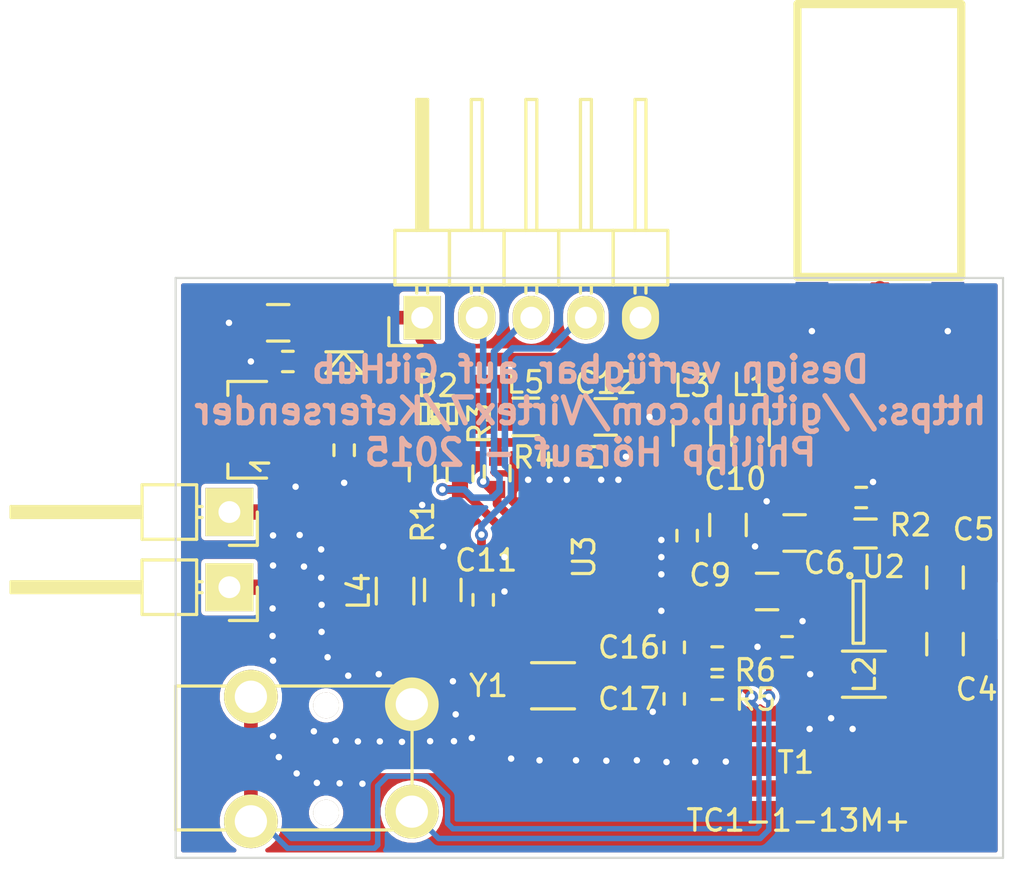
<source format=kicad_pcb>
(kicad_pcb (version 20171130) (host pcbnew "(5.1.12)-1")
  (layers (0 F.Cu signal) (31 B.Cu power) (34 B.Paste user hide) (35 F.Paste user hide) (36 B.SilkS user hide) (37 F.SilkS user hide) (38 B.Mask user hide) (39 F.Mask user hide) (44 Edge.Cuts user))
  (net 0 "")
  (net 1 +5V)
  (net 2 GND)
  (net 3 +3V3)
  (net 4 "Net-(C4-Pad1)")
  (net 5 "Net-(C4-Pad2)")
  (net 6 "Net-(C5-Pad1)")
  (net 7 "Net-(C6-Pad1)")
  (net 8 "Net-(C8-Pad1)")
  (net 9 "Net-(C9-Pad1)")
  (net 10 "Net-(C9-Pad2)")
  (net 11 "Net-(C10-Pad1)")
  (net 12 "Net-(C11-Pad1)")
  (net 13 "Net-(C12-Pad1)")
  (net 14 "Net-(C16-Pad1)")
  (net 15 "Net-(C17-Pad1)")
  (net 16 "Net-(D2-Pad1)")
  (net 17 "Net-(L2-Pad2)")
  (net 18 "Net-(P1-Pad1)")
  (net 19 "Net-(P2-Pad1)")
  (net 20 /SDA)
  (net 21 /SCL)
  (net 22 /RDS)
  (net 23 "Net-(R2-Pad2)")
  (net 24 /Ton_L)
  (net 25 /Ton_R)
  (net 26 "Net-(U3-Pad20)")
  (net 27 "Net-(U3-Pad19)")
  (module Capacitors_SMD:C_0402 (layer F.Cu) (at 132.22 85.39 180)
    (fp_text reference C1 hide)
    (fp_text value 100n hide)
    (pad 1 smd rect (at -0.55 0 180) (size 0.6 0.5) (layers F.Cu F.Paste F.Mask) (net 1 +5V))
    (pad 2 smd rect (at 0.55 0 180) (size 0.6 0.5) (layers F.Cu F.Paste F.Mask) (net 2 GND))
  )
  (module Capacitors_SMD:C_0805 (layer F.Cu) (at 131.77 83.59 180)
    (fp_text reference C2 hide)
    (fp_text value 22µ)
    (pad 1 smd rect (at -1 0 180) (size 1 1.25) (layers F.Cu F.Paste F.Mask) (net 1 +5V))
    (pad 2 smd rect (at 1 0 180) (size 1 1.25) (layers F.Cu F.Paste F.Mask) (net 2 GND))
  )
  (module Capacitors_SMD:C_0402 (layer F.Cu) (at 134.84 89.52 270)
    (fp_text reference C3 hide)
    (fp_text value 100n hide)
    (pad 1 smd rect (at -0.55 0 270) (size 0.6 0.5) (layers F.Cu F.Paste F.Mask) (net 3 +3V3))
    (pad 2 smd rect (at 0.55 0 270) (size 0.6 0.5) (layers F.Cu F.Paste F.Mask) (net 2 GND))
  )
  (module Capacitors_SMD:C_0805 (layer F.Cu) (at 155.8 93.375 180)
    (fp_text reference C6 (at -1.4 -1.395 180) (layer F.SilkS))
    (fp_text value 22µ)
    (pad 1 smd rect (at -1 0 180) (size 1 1.25) (layers F.Cu F.Paste F.Mask) (net 7 "Net-(C6-Pad1)"))
    (pad 2 smd rect (at 1 0 180) (size 1 1.25) (layers F.Cu F.Paste F.Mask) (net 2 GND))
  )
  (module Capacitors_SMD:C_0402 (layer F.Cu) (at 158.9 91.725)
    (fp_text reference C7 hide)
    (fp_text value 100n hide)
    (pad 1 smd rect (at -0.55 0) (size 0.6 0.5) (layers F.Cu F.Paste F.Mask) (net 7 "Net-(C6-Pad1)"))
    (pad 2 smd rect (at 0.55 0) (size 0.6 0.5) (layers F.Cu F.Paste F.Mask) (net 2 GND))
  )
  (module Capacitors_SMD:C_0402 (layer F.Cu) (at 155.45 98.675 180)
    (fp_text reference C8 hide)
    (fp_text value 100n hide)
    (pad 1 smd rect (at -0.55 0 180) (size 0.6 0.5) (layers F.Cu F.Paste F.Mask) (net 8 "Net-(C8-Pad1)"))
    (pad 2 smd rect (at 0.55 0 180) (size 0.6 0.5) (layers F.Cu F.Paste F.Mask) (net 2 GND))
  )
  (module Capacitors_SMD:C_0805 (layer F.Cu) (at 152.7 93 270)
    (fp_text reference C10 (at -2.15 -0.34) (layer F.SilkS))
    (fp_text value 22µ)
    (pad 1 smd rect (at -1 0 270) (size 1 1.25) (layers F.Cu F.Paste F.Mask) (net 11 "Net-(C10-Pad1)"))
    (pad 2 smd rect (at 1 0 270) (size 1 1.25) (layers F.Cu F.Paste F.Mask) (net 2 GND))
  )
  (module Capacitors_SMD:C_0805 (layer F.Cu) (at 139.43 96.03 90)
    (fp_text reference C11 (at 1.38 2.02 180) (layer F.SilkS))
    (fp_text value 22µ)
    (pad 1 smd rect (at -1 0 90) (size 1 1.25) (layers F.Cu F.Paste F.Mask) (net 12 "Net-(C11-Pad1)"))
    (pad 2 smd rect (at 1 0 90) (size 1 1.25) (layers F.Cu F.Paste F.Mask) (net 2 GND))
  )
  (module Capacitors_SMD:C_0805 (layer F.Cu) (at 147.01 87.97)
    (fp_text reference C12 (at 0.01 -1.59) (layer F.SilkS))
    (fp_text value 22µ)
    (pad 1 smd rect (at -1 0) (size 1 1.25) (layers F.Cu F.Paste F.Mask) (net 13 "Net-(C12-Pad1)"))
    (pad 2 smd rect (at 1 0) (size 1 1.25) (layers F.Cu F.Paste F.Mask) (net 2 GND))
  )
  (module Capacitors_SMD:C_0402 (layer F.Cu) (at 150.8 93.5 270)
    (fp_text reference C13 hide)
    (fp_text value 100n hide)
    (pad 1 smd rect (at -0.55 0 270) (size 0.6 0.5) (layers F.Cu F.Paste F.Mask) (net 11 "Net-(C10-Pad1)"))
    (pad 2 smd rect (at 0.55 0 270) (size 0.6 0.5) (layers F.Cu F.Paste F.Mask) (net 2 GND))
  )
  (module Capacitors_SMD:C_0402 (layer F.Cu) (at 141.31 96.49 90)
    (fp_text reference C14 hide)
    (fp_text value 100n hide)
    (pad 1 smd rect (at -0.55 0 90) (size 0.6 0.5) (layers F.Cu F.Paste F.Mask) (net 12 "Net-(C11-Pad1)"))
    (pad 2 smd rect (at 0.55 0 90) (size 0.6 0.5) (layers F.Cu F.Paste F.Mask) (net 2 GND))
  )
  (module Capacitors_SMD:C_0402 (layer F.Cu) (at 146.56 89.83)
    (fp_text reference C15 hide)
    (fp_text value 100n hide)
    (pad 1 smd rect (at -0.55 0) (size 0.6 0.5) (layers F.Cu F.Paste F.Mask) (net 13 "Net-(C12-Pad1)"))
    (pad 2 smd rect (at 0.55 0) (size 0.6 0.5) (layers F.Cu F.Paste F.Mask) (net 2 GND))
  )
  (module Capacitors_SMD:C_0402 (layer F.Cu) (at 150.2 98.7 90)
    (fp_text reference C16 (at 0 -2.1 180) (layer F.SilkS))
    (fp_text value 100p)
    (pad 1 smd rect (at -0.55 0 90) (size 0.6 0.5) (layers F.Cu F.Paste F.Mask) (net 14 "Net-(C16-Pad1)"))
    (pad 2 smd rect (at 0.55 0 90) (size 0.6 0.5) (layers F.Cu F.Paste F.Mask) (net 2 GND))
  )
  (module Capacitors_SMD:C_0402 (layer F.Cu) (at 150.2 101.1 270)
    (fp_text reference C17 (at 0 2.1) (layer F.SilkS))
    (fp_text value 100p hide)
    (pad 1 smd rect (at -0.55 0 270) (size 0.6 0.5) (layers F.Cu F.Paste F.Mask) (net 15 "Net-(C17-Pad1)"))
    (pad 2 smd rect (at 0.55 0 270) (size 0.6 0.5) (layers F.Cu F.Paste F.Mask) (net 2 GND))
  )
  (module Diodes_SMD:Diode-MiniMELF_Standard (layer F.Cu) (at 134.84 85.34 270)
    (fp_text reference D1 hide)
    (fp_text value 1n4148)
    (pad 1 smd rect (at -1.75006 0 270) (size 1.30048 1.69926) (layers F.Cu F.Paste F.Mask) (net 1 +5V))
    (pad 2 smd rect (at 1.75006 0 270) (size 1.30048 1.69926) (layers F.Cu F.Paste F.Mask) (net 3 +3V3))
  )
  (module LEDs:LED-0603 (layer F.Cu) (at 139.22 87.83)
    (fp_text reference D2 (at -0.05 -1.31) (layer F.SilkS))
    (fp_text value grün hide)
    (pad 2 smd rect (at 0.7493 0 180) (size 0.79756 0.79756) (layers F.Cu F.Paste F.Mask) (net 3 +3V3))
    (pad 1 smd rect (at -0.7493 0 180) (size 0.79756 0.79756) (layers F.Cu F.Paste F.Mask) (net 16 "Net-(D2-Pad1)"))
  )
  (module Resistors_SMD:R_0805 (layer F.Cu) (at 153.75 88.7 90)
    (fp_text reference L1 (at 2.22 -0.01 180) (layer F.SilkS))
    (fp_text value 10µH hide)
    (pad 1 smd rect (at -0.95 0 90) (size 0.7 1.3) (layers F.Cu F.Paste F.Mask) (net 7 "Net-(C6-Pad1)"))
    (pad 2 smd rect (at 0.95 0 90) (size 0.7 1.3) (layers F.Cu F.Paste F.Mask) (net 1 +5V))
  )
  (module Resistors_SMD:R_1206 (layer F.Cu) (at 159.025 99.95)
    (fp_text reference L2 (at 0.035 0.02 90) (layer F.SilkS))
    (fp_text value 470nH)
    (pad 1 smd rect (at -1.45 0) (size 0.9 1.7) (layers F.Cu F.Paste F.Mask) (net 2 GND))
    (pad 2 smd rect (at 1.45 0) (size 0.9 1.7) (layers F.Cu F.Paste F.Mask) (net 17 "Net-(L2-Pad2)"))
  )
  (module Resistors_SMD:R_0805 (layer F.Cu) (at 151.025 88.7 270)
    (fp_text reference L3 (at -2.18 0.005) (layer F.SilkS))
    (fp_text value 10µH hide)
    (pad 1 smd rect (at -0.95 0 270) (size 0.7 1.3) (layers F.Cu F.Paste F.Mask) (net 3 +3V3))
    (pad 2 smd rect (at 0.95 0 270) (size 0.7 1.3) (layers F.Cu F.Paste F.Mask) (net 11 "Net-(C10-Pad1)"))
  )
  (module Resistors_SMD:R_0805 (layer F.Cu) (at 137.21 96.08 270)
    (fp_text reference L4 (at 0.01 1.7 270) (layer F.SilkS))
    (fp_text value 10µH hide)
    (pad 1 smd rect (at -0.95 0 270) (size 0.7 1.3) (layers F.Cu F.Paste F.Mask) (net 3 +3V3))
    (pad 2 smd rect (at 0.95 0 270) (size 0.7 1.3) (layers F.Cu F.Paste F.Mask) (net 12 "Net-(C11-Pad1)"))
  )
  (module Resistors_SMD:R_0805 (layer F.Cu) (at 143.29 87.97)
    (fp_text reference L5 (at -0.01 -1.61) (layer F.SilkS))
    (fp_text value 10µH hide)
    (pad 1 smd rect (at -0.95 0) (size 0.7 1.3) (layers F.Cu F.Paste F.Mask) (net 3 +3V3))
    (pad 2 smd rect (at 0.95 0) (size 0.7 1.3) (layers F.Cu F.Paste F.Mask) (net 13 "Net-(C12-Pad1)"))
  )
  (module Pin_Headers:Pin_Header_Angled_1x01 (layer F.Cu) (at 129.5 92.4 180)
    (fp_text reference P1 hide)
    (fp_text value CONN_01X01 hide)
    (pad 1 thru_hole rect (at 0 0 180) (size 2.2352 2.2352) (drill 1.016) (layers *.Cu *.Mask F.SilkS) (net 18 "Net-(P1-Pad1)"))
  )
  (module Pin_Headers:Pin_Header_Angled_1x01 (layer F.Cu) (at 129.5 95.9 180)
    (fp_text reference P2 hide)
    (fp_text value CONN_01X01 hide)
    (pad 1 thru_hole rect (at 0 0 180) (size 2.2352 2.2352) (drill 1.016) (layers *.Cu *.Mask F.SilkS) (net 19 "Net-(P2-Pad1)"))
  )
  (module Pin_Headers:Pin_Header_Angled_1x05 (layer F.Cu) (at 138.47 83.35 90)
    (fp_text reference P3 hide)
    (fp_text value CONN_01X05 hide)
    (pad 1 thru_hole rect (at 0 0 90) (size 2.032 1.7272) (drill 1.016) (layers *.Cu *.Mask F.SilkS) (net 1 +5V))
    (pad 2 thru_hole oval (at 0 2.54 90) (size 2.032 1.7272) (drill 1.016) (layers *.Cu *.Mask F.SilkS) (net 20 /SDA))
    (pad 3 thru_hole oval (at 0 5.08 90) (size 2.032 1.7272) (drill 1.016) (layers *.Cu *.Mask F.SilkS) (net 21 /SCL))
    (pad 4 thru_hole oval (at 0 7.62 90) (size 2.032 1.7272) (drill 1.016) (layers *.Cu *.Mask F.SilkS) (net 22 /RDS))
    (pad 5 thru_hole oval (at 0 10.16 90) (size 2.032 1.7272) (drill 1.016) (layers *.Cu *.Mask F.SilkS) (net 2 GND))
  )
  (module Capacitors_SMD:C_0603 (layer F.Cu) (at 138.47 90.6 270)
    (fp_text reference R1 (at 2.26 -0.03 270) (layer F.SilkS))
    (fp_text value 100)
    (pad 1 smd rect (at -0.75 0 270) (size 0.8 0.75) (layers F.Cu F.Paste F.Mask) (net 16 "Net-(D2-Pad1)"))
    (pad 2 smd rect (at 0.75 0 270) (size 0.8 0.75) (layers F.Cu F.Paste F.Mask) (net 2 GND))
  )
  (module Resistors_SMD:R_0603 (layer F.Cu) (at 159.1 93.4)
    (fp_text reference R2 (at 2.09 -0.39) (layer F.SilkS))
    (fp_text value 220)
    (pad 1 smd rect (at -0.75 0) (size 0.5 0.9) (layers F.Cu F.Paste F.Mask) (net 7 "Net-(C6-Pad1)"))
    (pad 2 smd rect (at 0.75 0) (size 0.5 0.9) (layers F.Cu F.Paste F.Mask) (net 23 "Net-(R2-Pad2)"))
  )
  (module Capacitors_SMD:C_0603 (layer F.Cu) (at 140.23 90.6 270)
    (fp_text reference R3 (at -2.31 -0.91 90) (layer F.SilkS))
    (fp_text value 4,7k)
    (pad 1 smd rect (at -0.75 0 270) (size 0.8 0.75) (layers F.Cu F.Paste F.Mask) (net 13 "Net-(C12-Pad1)"))
    (pad 2 smd rect (at 0.75 0 270) (size 0.8 0.75) (layers F.Cu F.Paste F.Mask) (net 21 /SCL))
  )
  (module Capacitors_SMD:C_0603 (layer F.Cu) (at 141.96 90.6 270)
    (fp_text reference R4 (at -0.74 -1.7) (layer F.SilkS))
    (fp_text value 4,7k hide)
    (pad 1 smd rect (at -0.75 0 270) (size 0.8 0.75) (layers F.Cu F.Paste F.Mask) (net 13 "Net-(C12-Pad1)"))
    (pad 2 smd rect (at 0.75 0 270) (size 0.8 0.75) (layers F.Cu F.Paste F.Mask) (net 20 /SDA))
  )
  (module Resistors_SMD:R_0402 (layer F.Cu) (at 152.2 100.6)
    (fp_text reference R5 (at 1.77 0.53) (layer F.SilkS))
    (fp_text value 1k)
    (pad 1 smd rect (at -0.45 0) (size 0.4 0.6) (layers F.Cu F.Paste F.Mask) (net 15 "Net-(C17-Pad1)"))
    (pad 2 smd rect (at 0.45 0) (size 0.4 0.6) (layers F.Cu F.Paste F.Mask) (net 24 /Ton_L))
  )
  (module Resistors_SMD:R_0402 (layer F.Cu) (at 152.2 99.2 180)
    (fp_text reference R6 (at -1.77 -0.57 180) (layer F.SilkS))
    (fp_text value 1k)
    (pad 1 smd rect (at -0.45 0 180) (size 0.4 0.6) (layers F.Cu F.Paste F.Mask) (net 25 /Ton_R))
    (pad 2 smd rect (at 0.45 0 180) (size 0.4 0.6) (layers F.Cu F.Paste F.Mask) (net 14 "Net-(C16-Pad1)"))
  )
  (module SMA_EDGE:SMA_EDGE (layer F.Cu) (at 158.5 75.1 90)
    (fp_text reference SMA_E1 hide)
    (fp_text value Platinenkantenbuchse hide)
    (pad 0 smd rect (at -8.8773 -1.89484 90) (size 4.572 1.524) (layers *.Cu *.Paste *.Mask) (net 2 GND))
    (pad 1 smd trapezoid (at -6.858 1.27 90) (size 0.50038 1.39954) (rect_delta 0.59944 0) (layers F.Cu F.Paste F.Mask) (net 6 "Net-(C5-Pad1)"))
    (pad 2 smd rect (at -8.8773 4.42976 90) (size 4.572 1.524) (layers *.Cu *.Paste *.Mask) (net 2 GND))
    (pad 1 smd rect (at -9.144 1.27 90) (size 4.07162 1.99898) (layers F.Cu F.Paste F.Mask) (net 6 "Net-(C5-Pad1)"))
  )
  (module BA_Bauteile:AT224-1A (layer F.Cu) (at 156 104 270)
    (fp_text reference T1 (at 0.06 0.14) (layer F.SilkS))
    (fp_text value TC1-1-13M+ (at 2.76 0.01) (layer F.SilkS))
    (pad 4 smd rect (at 1.27 -1.59 270) (size 0.76 1.65) (layers F.Cu F.Paste F.Mask) (net 4 "Net-(C4-Pad1)"))
    (pad NC smd rect (at 0 -1.59 270) (size 0.76 1.65) (layers F.Cu F.Paste F.Mask))
    (pad 1 smd rect (at -1.27 -1.59 270) (size 0.76 1.65) (layers F.Cu F.Paste F.Mask) (net 2 GND))
    (pad 2 smd rect (at -1.27 1.59 270) (size 0.76 1.65) (layers F.Cu F.Paste F.Mask) (net 18 "Net-(P1-Pad1)"))
    (pad 3 smd rect (at 1.27 1.59 270) (size 0.76 1.65) (layers F.Cu F.Paste F.Mask) (net 19 "Net-(P2-Pad1)"))
  )
  (module Housings_SOT-89:SOT89-3_Housing (layer F.Cu) (at 130.73 88.57 90)
    (fp_text reference U1 hide)
    (fp_text value AP1117D33)
    (pad 1 smd rect (at -1.50114 1.85166 90) (size 1.00076 1.50114) (layers F.Cu F.Paste F.Mask) (net 2 GND))
    (pad 2 smd rect (at 0 1.85166 90) (size 1.00076 1.50114) (layers F.Cu F.Paste F.Mask) (net 3 +3V3))
    (pad 3 smd rect (at 1.50114 1.85166 90) (size 1.00076 1.50114) (layers F.Cu F.Paste F.Mask) (net 1 +5V))
    (pad 2 smd rect (at 0 -1.09982 90) (size 1.99898 2.99974) (layers F.Cu F.Paste F.Mask) (net 3 +3V3))
    (pad 2 smd trapezoid (at 0 0.7493 270) (size 1.50114 0.7493) (rect_delta 0 0.50038) (layers F.Cu F.Paste F.Mask) (net 3 +3V3))
  )
  (module Housings_SOT-23_SOT-143_TSOT-6:SOT-23-6 (layer F.Cu) (at 158.77 97.06)
    (fp_text reference U2 (at 1.17 -2.11) (layer F.SilkS))
    (fp_text value THS9001 hide)
    (pad 1 smd rect (at -1.1 -0.95) (size 1.06 0.65) (layers F.Cu F.Paste F.Mask) (net 9 "Net-(C9-Pad1)"))
    (pad 2 smd rect (at -1.1 0) (size 1.06 0.65) (layers F.Cu F.Paste F.Mask) (net 2 GND))
    (pad 3 smd rect (at -1.1 0.95) (size 1.06 0.65) (layers F.Cu F.Paste F.Mask) (net 8 "Net-(C8-Pad1)"))
    (pad 4 smd rect (at 1.1 0.95) (size 1.06 0.65) (layers F.Cu F.Paste F.Mask) (net 17 "Net-(L2-Pad2)"))
    (pad 6 smd rect (at 1.1 -0.95) (size 1.06 0.65) (layers F.Cu F.Paste F.Mask) (net 23 "Net-(R2-Pad2)"))
    (pad 5 smd rect (at 1.1 0) (size 1.06 0.65) (layers F.Cu F.Paste F.Mask) (net 5 "Net-(C4-Pad2)"))
  )
  (module Alps603A:Alps_603A (layer F.Cu) (at 146 94.5 90)
    (fp_text reference U3 (at 0 0 90) (layer F.SilkS))
    (fp_text value Alps_603A hide)
    (pad 1 smd rect (at -2.54 2.54 90) (size 0.725 0.725) (layers F.Cu F.Paste F.Mask) (net 2 GND))
    (pad 2 smd rect (at -1.6 2.54 90) (size 0.45 0.8) (layers F.Cu F.Paste F.Mask) (net 10 "Net-(C9-Pad2)"))
    (pad 4 smd rect (at 0 2.54 90) (size 0.45 0.8) (layers F.Cu F.Paste F.Mask) (net 2 GND))
    (pad 6 smd rect (at 1.6 2.54 90) (size 0.45 0.8) (layers F.Cu F.Paste F.Mask) (net 11 "Net-(C10-Pad1)"))
    (pad 5 smd rect (at 0.8 2.54 90) (size 0.45 0.8) (layers F.Cu F.Paste F.Mask) (net 2 GND))
    (pad 3 smd rect (at -0.8 2.54 90) (size 0.45 0.8) (layers F.Cu F.Paste F.Mask) (net 2 GND))
    (pad 12 smd rect (at 2.53 -2.53 90) (size 0.8 0.8) (layers F.Cu F.Paste F.Mask) (net 2 GND))
    (pad 11 smd rect (at 2.53 -1.59 180) (size 0.45 0.8) (layers F.Cu F.Paste F.Mask) (net 2 GND))
    (pad 7 smd rect (at 2.53 1.61 180) (size 0.45 0.8) (layers F.Cu F.Paste F.Mask) (net 2 GND))
    (pad 10 smd rect (at 2.53 -0.79 180) (size 0.45 0.8) (layers F.Cu F.Paste F.Mask) (net 2 GND))
    (pad 9 smd rect (at 2.53 0.01 180) (size 0.45 0.8) (layers F.Cu F.Paste F.Mask) (net 13 "Net-(C12-Pad1)"))
    (pad 8 smd rect (at 2.53 0.81 180) (size 0.45 0.8) (layers F.Cu F.Paste F.Mask) (net 2 GND))
    (pad 22 smd rect (at -2.54 1.6 180) (size 0.45 0.8) (layers F.Cu F.Paste F.Mask) (net 14 "Net-(C16-Pad1)"))
    (pad 21 smd rect (at -2.54 0.8 180) (size 0.45 0.8) (layers F.Cu F.Paste F.Mask) (net 15 "Net-(C17-Pad1)"))
    (pad 20 smd rect (at -2.54 0 180) (size 0.45 0.8) (layers F.Cu F.Paste F.Mask) (net 26 "Net-(U3-Pad20)"))
    (pad 19 smd rect (at -2.54 -0.8 180) (size 0.45 0.8) (layers F.Cu F.Paste F.Mask) (net 27 "Net-(U3-Pad19)"))
    (pad 18 smd rect (at -2.54 -1.6 180) (size 0.45 0.8) (layers F.Cu F.Paste F.Mask) (net 12 "Net-(C11-Pad1)"))
    (pad 13 smd rect (at 1.59 -2.53 90) (size 0.45 0.8) (layers F.Cu F.Paste F.Mask) (net 20 /SDA))
    (pad 14 smd rect (at 0.79 -2.53 90) (size 0.45 0.8) (layers F.Cu F.Paste F.Mask) (net 21 /SCL))
    (pad 15 smd rect (at -0.01 -2.53 90) (size 0.45 0.8) (layers F.Cu F.Paste F.Mask) (net 2 GND))
    (pad 16 smd rect (at -0.81 -2.53 90) (size 0.45 0.8) (layers F.Cu F.Paste F.Mask) (net 22 /RDS))
    (pad 17 smd rect (at -1.61 -2.53 90) (size 0.45 0.8) (layers F.Cu F.Paste F.Mask) (net 2 GND))
  )
  (module Resistors_SMD:R_1206 (layer F.Cu) (at 144.56 100.49)
    (fp_text reference Y1 (at -3 0) (layer F.SilkS))
    (fp_text value 32,768kHz)
    (pad 1 smd rect (at -1.45 0) (size 0.9 1.7) (layers F.Cu F.Paste F.Mask) (net 27 "Net-(U3-Pad19)"))
    (pad 2 smd rect (at 1.45 0) (size 0.9 1.7) (layers F.Cu F.Paste F.Mask) (net 26 "Net-(U3-Pad20)"))
  )
  (module Capacitors_SMD:C_0805 (layer F.Cu) (at 162.8 98.55 90)
    (fp_text reference C4 (at -2.11 1.47 180) (layer F.SilkS))
    (fp_text value 1nF)
    (pad 1 smd rect (at -1 0 90) (size 1 1.25) (layers F.Cu F.Paste F.Mask) (net 4 "Net-(C4-Pad1)"))
    (pad 2 smd rect (at 1 0 90) (size 1 1.25) (layers F.Cu F.Paste F.Mask) (net 5 "Net-(C4-Pad2)"))
  )
  (module Capacitors_SMD:C_0805 (layer F.Cu) (at 162.8 95.45 270)
    (fp_text reference C5 (at -2.24 -1.33) (layer F.SilkS))
    (fp_text value 1nF)
    (pad 1 smd rect (at -1 0 270) (size 1 1.25) (layers F.Cu F.Paste F.Mask) (net 6 "Net-(C5-Pad1)"))
    (pad 2 smd rect (at 1 0 270) (size 1 1.25) (layers F.Cu F.Paste F.Mask) (net 5 "Net-(C4-Pad2)"))
  )
  (module Capacitors_SMD:C_0805 (layer F.Cu) (at 154.52 96.1 180)
    (fp_text reference C9 (at 2.65 0.76 180) (layer F.SilkS))
    (fp_text value 1nF)
    (pad 1 smd rect (at -1 0 180) (size 1 1.25) (layers F.Cu F.Paste F.Mask) (net 9 "Net-(C9-Pad1)"))
    (pad 2 smd rect (at 1 0 180) (size 1 1.25) (layers F.Cu F.Paste F.Mask) (net 10 "Net-(C9-Pad2)"))
  )
  (module lpis2812:LUM1503 (layer F.Cu) (at 127 100.5)
    (fp_text reference CON1 hide)
    (fp_text value LUM1503)
    (pad 3 thru_hole circle (at 10.99 5.85) (size 2.5 2.5) (drill 1.5) (layers *.Cu *.Mask F.SilkS) (net 25 /Ton_R))
    (pad 1 thru_hole circle (at 10.99 0.85) (size 2.5 2.5) (drill 1.5) (layers *.Cu *.Mask F.SilkS) (net 2 GND))
    (pad 2 thru_hole circle (at 3.5 6.3) (size 2.5 2.5) (drill 1.5) (layers *.Cu *.Mask F.SilkS) (net 24 /Ton_L))
    (pad 2 thru_hole circle (at 3.5 0.5) (size 2.5 2.5) (drill 1.5) (layers *.Cu *.Mask F.SilkS) (net 24 /Ton_L))
    (pad "" thru_hole circle (at 7 0.9) (size 1.2 1.2) (drill 1.2) (layers *.Cu *.Mask F.SilkS))
    (pad "" thru_hole circle (at 7 5.9) (size 1.2 1.2) (drill 1.2) (layers *.Cu *.Mask F.SilkS))
  )
  (gr_line (start 165.5 108.5) (end 165.5 81.5) (angle 90) (layer Edge.Cuts) (width 0.1))
  (gr_line (start 127 108.5) (end 165.5 108.5) (angle 90) (layer Edge.Cuts) (width 0.1))
  (gr_line (start 127 81.5) (end 127 108.5) (angle 90) (layer Edge.Cuts) (width 0.1))
  (gr_line (start 165.5 81.5) (end 127 81.5) (angle 90) (layer Edge.Cuts) (width 0.1))
  (gr_text "Design verfügbar auf GitHub\nhttps://github.com/Virtex7/Kefersender\nPhilipp Hörauf - 2015" (at 146.3 87.7) (layer B.SilkS) (effects (font (size 1.2 1.2) (thickness 0.25)) (justify mirror)))
  (segment (start 153.75 87.75) (end 153.75 85.9) (width 0.635) (layer F.Cu) (net 1))
  (segment (start 153.75 85.9) (end 153.15 85.3) (width 0.635) (layer F.Cu) (net 1))
  (segment (start 132.77 85.39) (end 132.77 83.59) (width 0.635) (layer F.Cu) (net 1))
  (segment (start 132.58166 87.06886) (end 132.58166 86.70834) (width 0.635) (layer F.Cu) (net 1))
  (segment (start 132.58166 86.70834) (end 132.77 86.52) (width 0.635) (layer F.Cu) (net 1))
  (segment (start 132.77 86.52) (end 132.77 85.39) (width 0.635) (layer F.Cu) (net 1))
  (segment (start 134.84 83.58994) (end 132.77006 83.58994) (width 0.635) (layer F.Cu) (net 1))
  (segment (start 132.77006 83.58994) (end 132.77 83.59) (width 0.635) (layer F.Cu) (net 1))
  (segment (start 134.84 83.58994) (end 136.37006 83.58994) (width 0.635) (layer F.Cu) (net 1))
  (segment (start 136.61 83.35) (end 138.47 83.35) (width 0.635) (layer F.Cu) (net 1))
  (segment (start 136.37006 83.58994) (end 136.61 83.35) (width 0.635) (layer F.Cu) (net 1))
  (segment (start 138.47 83.35) (end 138.47 84.32) (width 0.635) (layer F.Cu) (net 1))
  (segment (start 138.47 84.32) (end 139.45 85.3) (width 0.635) (layer F.Cu) (net 1))
  (segment (start 139.45 85.3) (end 153.15 85.3) (width 0.635) (layer F.Cu) (net 1))
  (segment (start 131.53 102.84) (end 133.2 102.84) (width 0.25) (layer B.Cu) (net 2))
  (via (at 139.95 103.07) (size 0.6) (drill 0.3) (layers F.Cu B.Cu) (net 2))
  (segment (start 138.84 103.07) (end 139.95 103.07) (width 0.25) (layer B.Cu) (net 2))
  (via (at 138.84 103.07) (size 0.6) (drill 0.3) (layers F.Cu B.Cu) (net 2))
  (segment (start 137.56 103.07) (end 138.84 103.07) (width 0.25) (layer F.Cu) (net 2))
  (segment (start 137.53 103.1) (end 137.56 103.07) (width 0.25) (layer F.Cu) (net 2))
  (via (at 137.53 103.1) (size 0.6) (drill 0.3) (layers F.Cu B.Cu) (net 2))
  (segment (start 136.52 103.1) (end 137.53 103.1) (width 0.25) (layer B.Cu) (net 2))
  (segment (start 136.5 103.08) (end 136.52 103.1) (width 0.25) (layer B.Cu) (net 2))
  (via (at 136.5 103.08) (size 0.6) (drill 0.3) (layers F.Cu B.Cu) (net 2))
  (segment (start 135.48 103.08) (end 136.5 103.08) (width 0.25) (layer F.Cu) (net 2))
  (via (at 135.48 103.08) (size 0.6) (drill 0.3) (layers F.Cu B.Cu) (net 2))
  (segment (start 134.48 103.08) (end 135.48 103.08) (width 0.25) (layer B.Cu) (net 2))
  (segment (start 134.45 103.05) (end 134.48 103.08) (width 0.25) (layer B.Cu) (net 2))
  (via (at 134.45 103.05) (size 0.6) (drill 0.3) (layers F.Cu B.Cu) (net 2))
  (segment (start 133.87 103.05) (end 134.45 103.05) (width 0.25) (layer F.Cu) (net 2))
  (segment (start 133.43 102.61) (end 133.87 103.05) (width 0.25) (layer F.Cu) (net 2))
  (via (at 133.43 102.61) (size 0.6) (drill 0.3) (layers F.Cu B.Cu) (net 2))
  (segment (start 133.2 102.84) (end 133.43 102.61) (width 0.25) (layer B.Cu) (net 2))
  (segment (start 131.53 99.32) (end 131.79 99.32) (width 0.25) (layer B.Cu) (net 2))
  (segment (start 131.53 96.87) (end 131.51 96.89) (width 0.25) (layer B.Cu) (net 2))
  (via (at 131.51 96.89) (size 0.6) (drill 0.3) (layers F.Cu B.Cu) (net 2))
  (segment (start 131.51 96.89) (end 131.51 98.17) (width 0.25) (layer F.Cu) (net 2))
  (via (at 131.51 98.17) (size 0.6) (drill 0.3) (layers F.Cu B.Cu) (net 2))
  (segment (start 131.51 98.17) (end 131.53 98.19) (width 0.25) (layer B.Cu) (net 2))
  (segment (start 131.53 98.19) (end 131.53 99.32) (width 0.25) (layer B.Cu) (net 2))
  (via (at 131.53 99.32) (size 0.6) (drill 0.3) (layers F.Cu B.Cu) (net 2))
  (segment (start 133.77 95.46) (end 133.49 95.46) (width 0.25) (layer F.Cu) (net 2))
  (via (at 131.53 94.89) (size 0.6) (drill 0.3) (layers F.Cu B.Cu) (net 2))
  (segment (start 132.92 94.89) (end 131.53 94.89) (width 0.25) (layer B.Cu) (net 2))
  (segment (start 132.97 94.94) (end 132.92 94.89) (width 0.25) (layer B.Cu) (net 2))
  (via (at 132.97 94.94) (size 0.6) (drill 0.3) (layers F.Cu B.Cu) (net 2))
  (segment (start 133.49 95.46) (end 132.97 94.94) (width 0.25) (layer F.Cu) (net 2))
  (segment (start 131.53 94.89) (end 131.53 96.87) (width 0.25) (layer B.Cu) (net 2))
  (via (at 135.69 105.05) (size 0.6) (drill 0.3) (layers F.Cu B.Cu) (net 2))
  (segment (start 134.65 105.05) (end 135.69 105.05) (width 0.25) (layer F.Cu) (net 2))
  (segment (start 134.63 105.03) (end 134.65 105.05) (width 0.25) (layer F.Cu) (net 2))
  (via (at 134.63 105.03) (size 0.6) (drill 0.3) (layers F.Cu B.Cu) (net 2))
  (segment (start 133.59 105.03) (end 134.63 105.03) (width 0.25) (layer B.Cu) (net 2))
  (segment (start 133.57 105.01) (end 133.59 105.03) (width 0.25) (layer B.Cu) (net 2))
  (via (at 133.57 105.01) (size 0.6) (drill 0.3) (layers F.Cu B.Cu) (net 2))
  (segment (start 133.07 105.01) (end 133.57 105.01) (width 0.25) (layer F.Cu) (net 2))
  (segment (start 132.63 104.57) (end 133.07 105.01) (width 0.25) (layer F.Cu) (net 2))
  (via (at 132.63 104.57) (size 0.6) (drill 0.3) (layers F.Cu B.Cu) (net 2))
  (segment (start 132.56 104.57) (end 132.63 104.57) (width 0.25) (layer B.Cu) (net 2))
  (segment (start 131.8 103.81) (end 132.56 104.57) (width 0.25) (layer B.Cu) (net 2))
  (via (at 131.8 103.81) (size 0.6) (drill 0.3) (layers F.Cu B.Cu) (net 2))
  (segment (start 131.8 103.11) (end 131.8 103.81) (width 0.25) (layer F.Cu) (net 2))
  (segment (start 131.53 102.84) (end 131.8 103.11) (width 0.25) (layer F.Cu) (net 2))
  (via (at 131.53 102.84) (size 0.6) (drill 0.3) (layers F.Cu B.Cu) (net 2))
  (segment (start 132.49 101.88) (end 131.53 102.84) (width 0.25) (layer B.Cu) (net 2))
  (segment (start 132.49 100.02) (end 132.49 101.88) (width 0.25) (layer B.Cu) (net 2))
  (segment (start 131.79 99.32) (end 132.49 100.02) (width 0.25) (layer B.Cu) (net 2))
  (segment (start 139.9 100.28) (end 136.78 100.28) (width 0.25) (layer B.Cu) (net 2))
  (via (at 131.53 93.49) (size 0.6) (drill 0.3) (layers F.Cu B.Cu) (net 2))
  (segment (start 132.75 93.49) (end 131.53 93.49) (width 0.25) (layer B.Cu) (net 2))
  (segment (start 132.77 93.47) (end 132.75 93.49) (width 0.25) (layer B.Cu) (net 2))
  (via (at 132.77 93.47) (size 0.6) (drill 0.3) (layers F.Cu B.Cu) (net 2))
  (segment (start 133.1 93.47) (end 132.77 93.47) (width 0.25) (layer F.Cu) (net 2))
  (segment (start 133.77 94.14) (end 133.1 93.47) (width 0.25) (layer F.Cu) (net 2))
  (via (at 133.77 94.14) (size 0.6) (drill 0.3) (layers F.Cu B.Cu) (net 2))
  (segment (start 133.77 95.46) (end 133.77 94.14) (width 0.25) (layer B.Cu) (net 2))
  (via (at 133.77 95.46) (size 0.6) (drill 0.3) (layers F.Cu B.Cu) (net 2))
  (segment (start 133.77 96.7) (end 133.77 95.46) (width 0.25) (layer F.Cu) (net 2))
  (segment (start 133.79 96.72) (end 133.77 96.7) (width 0.25) (layer F.Cu) (net 2))
  (via (at 133.79 96.72) (size 0.6) (drill 0.3) (layers F.Cu B.Cu) (net 2))
  (segment (start 133.79 97.98) (end 133.79 96.72) (width 0.25) (layer B.Cu) (net 2))
  (via (at 133.79 97.98) (size 0.6) (drill 0.3) (layers F.Cu B.Cu) (net 2))
  (segment (start 133.79 98.88) (end 133.79 97.98) (width 0.25) (layer F.Cu) (net 2))
  (segment (start 134.07 99.16) (end 133.79 98.88) (width 0.25) (layer F.Cu) (net 2))
  (via (at 134.07 99.16) (size 0.6) (drill 0.3) (layers F.Cu B.Cu) (net 2))
  (segment (start 134.17 99.16) (end 134.07 99.16) (width 0.25) (layer B.Cu) (net 2))
  (segment (start 135.03 100.02) (end 134.17 99.16) (width 0.25) (layer B.Cu) (net 2))
  (via (at 135.03 100.02) (size 0.6) (drill 0.3) (layers F.Cu B.Cu) (net 2))
  (segment (start 136.38 100.02) (end 135.03 100.02) (width 0.25) (layer F.Cu) (net 2))
  (segment (start 136.45 99.95) (end 136.38 100.02) (width 0.25) (layer F.Cu) (net 2))
  (via (at 136.45 99.95) (size 0.6) (drill 0.3) (layers F.Cu B.Cu) (net 2))
  (segment (start 136.78 100.28) (end 136.45 99.95) (width 0.25) (layer B.Cu) (net 2))
  (segment (start 137.99 101.35) (end 138.83 101.35) (width 0.25) (layer F.Cu) (net 2))
  (segment (start 138.83 101.35) (end 139.9 100.28) (width 0.25) (layer F.Cu) (net 2))
  (via (at 139.9 100.28) (size 0.6) (drill 0.3) (layers F.Cu B.Cu) (net 2))
  (segment (start 139.9 100.28) (end 140.03 100.41) (width 0.25) (layer B.Cu) (net 2))
  (segment (start 140.03 100.41) (end 140.03 101.82) (width 0.25) (layer B.Cu) (net 2))
  (via (at 140.03 101.82) (size 0.6) (drill 0.3) (layers F.Cu B.Cu) (net 2))
  (segment (start 140.03 101.82) (end 140.78 102.57) (width 0.25) (layer F.Cu) (net 2))
  (segment (start 140.78 102.57) (end 140.78 102.92) (width 0.25) (layer F.Cu) (net 2))
  (via (at 140.78 102.92) (size 0.6) (drill 0.3) (layers F.Cu B.Cu) (net 2))
  (segment (start 140.78 102.92) (end 141.74 103.88) (width 0.25) (layer B.Cu) (net 2))
  (segment (start 141.74 103.88) (end 142.61 103.88) (width 0.25) (layer B.Cu) (net 2))
  (via (at 142.61 103.88) (size 0.6) (drill 0.3) (layers F.Cu B.Cu) (net 2))
  (segment (start 142.61 103.88) (end 142.69 103.96) (width 0.25) (layer F.Cu) (net 2))
  (segment (start 142.69 103.96) (end 143.93 103.96) (width 0.25) (layer F.Cu) (net 2))
  (via (at 143.93 103.96) (size 0.6) (drill 0.3) (layers F.Cu B.Cu) (net 2))
  (segment (start 143.93 103.96) (end 145.63 103.96) (width 0.25) (layer B.Cu) (net 2))
  (via (at 145.63 103.96) (size 0.6) (drill 0.3) (layers F.Cu B.Cu) (net 2))
  (segment (start 145.63 103.96) (end 145.65 103.98) (width 0.25) (layer F.Cu) (net 2))
  (segment (start 145.65 103.98) (end 147.04 103.98) (width 0.25) (layer F.Cu) (net 2))
  (via (at 147.04 103.98) (size 0.6) (drill 0.3) (layers F.Cu B.Cu) (net 2))
  (segment (start 147.04 103.98) (end 147.06 103.96) (width 0.25) (layer B.Cu) (net 2))
  (segment (start 147.06 103.96) (end 148.46 103.96) (width 0.25) (layer B.Cu) (net 2))
  (via (at 148.46 103.96) (size 0.6) (drill 0.3) (layers F.Cu B.Cu) (net 2))
  (segment (start 148.46 103.96) (end 148.54 104.04) (width 0.25) (layer F.Cu) (net 2))
  (segment (start 148.54 104.04) (end 149.84 104.04) (width 0.25) (layer F.Cu) (net 2))
  (via (at 149.84 104.04) (size 0.6) (drill 0.3) (layers F.Cu B.Cu) (net 2))
  (segment (start 149.84 104.04) (end 149.86 104.02) (width 0.25) (layer B.Cu) (net 2))
  (segment (start 149.86 104.02) (end 151.18 104.02) (width 0.25) (layer B.Cu) (net 2))
  (via (at 151.18 104.02) (size 0.6) (drill 0.3) (layers F.Cu B.Cu) (net 2))
  (segment (start 151.18 104.02) (end 152.6 104.02) (width 0.25) (layer F.Cu) (net 2))
  (via (at 152.6 104.02) (size 0.6) (drill 0.3) (layers F.Cu B.Cu) (net 2))
  (segment (start 152.6 104.02) (end 152.52 104.02) (width 0.25) (layer B.Cu) (net 2))
  (segment (start 157.59 102.73) (end 157.59 102.09) (width 0.4064) (layer F.Cu) (net 2))
  (via (at 157.5 102) (size 0.6) (drill 0.3) (layers F.Cu B.Cu) (net 2))
  (segment (start 157.59 102.09) (end 157.5 102) (width 0.4064) (layer F.Cu) (net 2))
  (segment (start 157.59 102.73) (end 158.27 102.73) (width 0.4064) (layer F.Cu) (net 2))
  (segment (start 158.27 102.73) (end 158.5 102.5) (width 0.4064) (layer F.Cu) (net 2))
  (via (at 158.5 102.5) (size 0.6) (drill 0.3) (layers F.Cu B.Cu) (net 2))
  (segment (start 157.59 102.73) (end 156.73 102.73) (width 0.4064) (layer F.Cu) (net 2))
  (via (at 156.5 102.5) (size 0.6) (drill 0.3) (layers F.Cu B.Cu) (net 2))
  (segment (start 156.73 102.73) (end 156.5 102.5) (width 0.4064) (layer F.Cu) (net 2))
  (segment (start 138.47 91.35) (end 138.47 92.07) (width 0.4064) (layer F.Cu) (net 2))
  (via (at 138.47 92.07) (size 0.6) (drill 0.3) (layers F.Cu B.Cu) (net 2))
  (segment (start 138.47 92.07) (end 138.45 92.05) (width 0.4064) (layer B.Cu) (net 2))
  (segment (start 139.43 95.03) (end 139.43 94.02) (width 0.4064) (layer F.Cu) (net 2))
  (via (at 139.45 94) (size 0.6) (drill 0.3) (layers F.Cu B.Cu) (net 2))
  (segment (start 139.43 94.02) (end 139.45 94) (width 0.4064) (layer F.Cu) (net 2))
  (via (at 162.92976 83.9773) (size 0.6) (drill 0.3) (layers F.Cu B.Cu) (net 2))
  (segment (start 162.92976 83.9773) (end 162.95 83.99754) (width 0.635) (layer F.Cu) (net 2))
  (segment (start 162.95 83.99754) (end 162.95 84) (width 0.635) (layer F.Cu) (net 2))
  (segment (start 162.95 84) (end 162.92976 83.9773) (width 0.635) (layer F.Cu) (net 2))
  (segment (start 162.92976 83.9773) (end 162.9773 83.9773) (width 0.635) (layer F.Cu) (net 2))
  (segment (start 162.9773 83.9773) (end 163 84) (width 0.635) (layer F.Cu) (net 2))
  (segment (start 163 84) (end 162.92976 83.9773) (width 0.635) (layer F.Cu) (net 2))
  (via (at 156.60516 83.9773) (size 0.6) (drill 0.3) (layers F.Cu B.Cu) (net 2))
  (segment (start 156.60516 83.9773) (end 156.6 83.97214) (width 0.635) (layer B.Cu) (net 2))
  (segment (start 156.6 83.97214) (end 156.6 83.95) (width 0.635) (layer B.Cu) (net 2))
  (segment (start 156.6 83.95) (end 156.60516 83.9773) (width 0.635) (layer B.Cu) (net 2))
  (segment (start 157.575 99.95) (end 156.525 99.95) (width 0.3048) (layer F.Cu) (net 2))
  (via (at 156.525 99.95) (size 0.6) (drill 0.3) (layers F.Cu B.Cu) (net 2))
  (segment (start 154.9 98.675) (end 154.075 98.675) (width 0.3048) (layer F.Cu) (net 2))
  (via (at 154.075 98.675) (size 0.6) (drill 0.3) (layers F.Cu B.Cu) (net 2))
  (segment (start 159.45 91.725) (end 159.45 91) (width 0.3048) (layer F.Cu) (net 2))
  (via (at 159.45 91) (size 0.6) (drill 0.3) (layers F.Cu B.Cu) (net 2))
  (segment (start 147.11 89.83) (end 147.945 89.83) (width 0.3048) (layer F.Cu) (net 2))
  (via (at 147.95 89.825) (size 0.6) (drill 0.3) (layers F.Cu B.Cu) (net 2))
  (segment (start 147.945 89.83) (end 147.95 89.825) (width 0.3048) (layer F.Cu) (net 2))
  (segment (start 148.01 87.97) (end 149.045 87.97) (width 0.3048) (layer F.Cu) (net 2))
  (via (at 149.05 87.975) (size 0.6) (drill 0.3) (layers F.Cu B.Cu) (net 2))
  (segment (start 149.045 87.97) (end 149.05 87.975) (width 0.3048) (layer F.Cu) (net 2))
  (segment (start 154.8 93.375) (end 154.8 92.2) (width 0.4064) (layer F.Cu) (net 2))
  (via (at 154.5 91.9) (size 0.6) (drill 0.3) (layers F.Cu B.Cu) (net 2))
  (segment (start 154.8 92.2) (end 154.5 91.9) (width 0.4064) (layer F.Cu) (net 2))
  (segment (start 154.8 93.375) (end 154.585 93.375) (width 0.4064) (layer F.Cu) (net 2))
  (segment (start 154.585 93.375) (end 153.96 94) (width 0.4064) (layer F.Cu) (net 2))
  (segment (start 157.67 97.06) (end 156.59 97.06) (width 0.4064) (layer F.Cu) (net 2))
  (segment (start 156.59 97.06) (end 156.17 97.48) (width 0.4064) (layer F.Cu) (net 2))
  (via (at 156.17 97.48) (size 0.6) (drill 0.3) (layers F.Cu B.Cu) (net 2))
  (segment (start 156.59 97.06) (end 156.17 97.48) (width 0.3048) (layer F.Cu) (net 2))
  (segment (start 139.43 93.03) (end 139.43 95.03) (width 0.4064) (layer F.Cu) (net 2))
  (segment (start 138.47 92.07) (end 139.43 93.03) (width 0.4064) (layer F.Cu) (net 2))
  (segment (start 134.84 90.07) (end 134.84 91.04) (width 0.3048) (layer F.Cu) (net 2))
  (via (at 134.84 91.04) (size 0.6) (drill 0.3) (layers F.Cu B.Cu) (net 2))
  (segment (start 132.58166 90.07114) (end 132.58166 91.21834) (width 0.635) (layer F.Cu) (net 2))
  (via (at 132.58 91.22) (size 0.6) (drill 0.3) (layers F.Cu B.Cu) (net 2))
  (segment (start 132.58166 91.21834) (end 132.58 91.22) (width 0.635) (layer F.Cu) (net 2))
  (segment (start 132.5828 90.07) (end 132.58166 90.07114) (width 0.635) (layer F.Cu) (net 2))
  (segment (start 130.77 83.59) (end 129.48 83.59) (width 0.3048) (layer F.Cu) (net 2))
  (via (at 129.48 83.59) (size 0.6) (drill 0.3) (layers F.Cu B.Cu) (net 2))
  (segment (start 131.67 85.39) (end 130.5 85.39) (width 0.3048) (layer F.Cu) (net 2))
  (via (at 130.5 85.39) (size 0.6) (drill 0.3) (layers F.Cu B.Cu) (net 2))
  (segment (start 141.31 95.94) (end 140.89 95.94) (width 0.4064) (layer F.Cu) (net 2))
  (segment (start 140.89 95.94) (end 139.98 95.03) (width 0.4064) (layer F.Cu) (net 2))
  (segment (start 139.98 95.03) (end 139.43 95.03) (width 0.4064) (layer F.Cu) (net 2))
  (segment (start 152.7 94) (end 153.96 94) (width 0.4064) (layer F.Cu) (net 2))
  (via (at 153.96 94) (size 0.6) (drill 0.3) (layers F.Cu B.Cu) (net 2))
  (segment (start 150.8 94.05) (end 152.65 94.05) (width 0.4064) (layer F.Cu) (net 2))
  (segment (start 152.65 94.05) (end 152.7 94) (width 0.4064) (layer F.Cu) (net 2))
  (segment (start 150.2 101.65) (end 149.25 101.65) (width 0.4064) (layer F.Cu) (net 2))
  (via (at 149.2 101.7) (size 0.6) (drill 0.3) (layers F.Cu B.Cu) (net 2))
  (segment (start 149.25 101.65) (end 149.2 101.7) (width 0.4064) (layer F.Cu) (net 2))
  (segment (start 150.2 98.15) (end 150.2 97.6) (width 0.4064) (layer F.Cu) (net 2))
  (segment (start 149.56 97.04) (end 149.6 97) (width 0.25) (layer F.Cu) (net 2))
  (via (at 149.6 97) (size 0.6) (drill 0.3) (layers F.Cu B.Cu) (net 2))
  (segment (start 149.56 97.04) (end 148.54 97.04) (width 0.25) (layer F.Cu) (net 2))
  (segment (start 150.2 97.6) (end 149.6 97) (width 0.4064) (layer F.Cu) (net 2))
  (segment (start 143.47 96.11) (end 142.31 96.11) (width 0.25) (layer F.Cu) (net 2))
  (via (at 142.3 96.1) (size 0.6) (drill 0.3) (layers F.Cu B.Cu) (net 2))
  (segment (start 142.31 96.11) (end 142.3 96.1) (width 0.25) (layer F.Cu) (net 2))
  (segment (start 143.47 94.51) (end 142.31 94.51) (width 0.25) (layer F.Cu) (net 2))
  (via (at 142.3 94.5) (size 0.6) (drill 0.3) (layers F.Cu B.Cu) (net 2))
  (segment (start 142.31 94.51) (end 142.3 94.5) (width 0.25) (layer F.Cu) (net 2))
  (segment (start 143.47 91.97) (end 143.47 90.97) (width 0.25) (layer F.Cu) (net 2))
  (via (at 143.4 90.9) (size 0.6) (drill 0.3) (layers F.Cu B.Cu) (net 2))
  (segment (start 143.47 90.97) (end 143.4 90.9) (width 0.25) (layer F.Cu) (net 2))
  (segment (start 144.41 91.97) (end 144.41 90.91) (width 0.25) (layer F.Cu) (net 2))
  (via (at 144.4 90.9) (size 0.6) (drill 0.3) (layers F.Cu B.Cu) (net 2))
  (segment (start 144.41 90.91) (end 144.4 90.9) (width 0.25) (layer F.Cu) (net 2))
  (segment (start 145.21 91.97) (end 145.21 90.91) (width 0.25) (layer F.Cu) (net 2))
  (via (at 145.2 90.9) (size 0.6) (drill 0.3) (layers F.Cu B.Cu) (net 2))
  (segment (start 145.21 90.91) (end 145.2 90.9) (width 0.25) (layer F.Cu) (net 2))
  (segment (start 146.81 91.97) (end 146.81 90.91) (width 0.25) (layer F.Cu) (net 2))
  (via (at 146.8 90.9) (size 0.6) (drill 0.3) (layers F.Cu B.Cu) (net 2))
  (segment (start 146.81 90.91) (end 146.8 90.9) (width 0.25) (layer F.Cu) (net 2))
  (segment (start 147.61 91.97) (end 147.61 90.91) (width 0.25) (layer F.Cu) (net 2))
  (via (at 147.6 90.9) (size 0.6) (drill 0.3) (layers F.Cu B.Cu) (net 2))
  (segment (start 147.61 90.91) (end 147.6 90.9) (width 0.25) (layer F.Cu) (net 2))
  (segment (start 148.54 95.3) (end 149.6 95.3) (width 0.25) (layer F.Cu) (net 2))
  (via (at 149.6 95.3) (size 0.6) (drill 0.3) (layers F.Cu B.Cu) (net 2))
  (segment (start 148.54 94.5) (end 149.6 94.5) (width 0.25) (layer F.Cu) (net 2))
  (via (at 149.6 94.5) (size 0.6) (drill 0.3) (layers F.Cu B.Cu) (net 2))
  (segment (start 148.54 93.7) (end 149.6 93.7) (width 0.25) (layer F.Cu) (net 2))
  (via (at 149.6 93.7) (size 0.6) (drill 0.3) (layers F.Cu B.Cu) (net 2))
  (segment (start 129.63018 88.57) (end 131.4793 88.57) (width 0.635) (layer F.Cu) (net 3))
  (segment (start 132.58166 88.57) (end 129.63018 88.57) (width 0.635) (layer F.Cu) (net 3))
  (segment (start 150.56 86.33) (end 150.655 86.33) (width 0.635) (layer F.Cu) (net 3))
  (segment (start 142.66 86.33) (end 150.56 86.33) (width 0.635) (layer F.Cu) (net 3))
  (segment (start 151.025 86.7) (end 151.025 87.75) (width 0.635) (layer F.Cu) (net 3))
  (segment (start 150.655 86.33) (end 151.025 86.7) (width 0.635) (layer F.Cu) (net 3))
  (segment (start 139.9693 87.83) (end 139.9693 86.33) (width 0.254) (layer F.Cu) (net 3))
  (segment (start 139.98 86.46) (end 139.98 86.33) (width 0.254) (layer F.Cu) (net 3))
  (segment (start 139.98 86.3407) (end 139.98 86.46) (width 0.254) (layer F.Cu) (net 3))
  (segment (start 139.9693 86.33) (end 139.98 86.3407) (width 0.254) (layer F.Cu) (net 3))
  (segment (start 134.84 87.09006) (end 137.05994 87.09006) (width 0.635) (layer F.Cu) (net 3))
  (segment (start 137.05994 87.09006) (end 137.21 86.94) (width 0.635) (layer F.Cu) (net 3))
  (segment (start 134.84 88.97) (end 134.84 87.97) (width 0.635) (layer F.Cu) (net 3))
  (segment (start 134.86 87.95) (end 134.84 87.95) (width 0.635) (layer F.Cu) (net 3))
  (segment (start 134.84 87.97) (end 134.86 87.95) (width 0.635) (layer F.Cu) (net 3))
  (segment (start 134.84 87.09006) (end 134.84 87.95) (width 0.635) (layer F.Cu) (net 3))
  (segment (start 134.84 87.95) (end 134.84 88.31) (width 0.635) (layer F.Cu) (net 3))
  (segment (start 134.58 88.57) (end 132.58166 88.57) (width 0.635) (layer F.Cu) (net 3))
  (segment (start 134.84 88.31) (end 134.58 88.57) (width 0.635) (layer F.Cu) (net 3))
  (segment (start 142.66 86.33) (end 139.98 86.33) (width 0.635) (layer F.Cu) (net 3))
  (segment (start 139.98 86.33) (end 137.82 86.33) (width 0.635) (layer F.Cu) (net 3))
  (segment (start 137.82 86.33) (end 137.21 86.94) (width 0.635) (layer F.Cu) (net 3))
  (segment (start 137.21 86.94) (end 137.21 95.13) (width 0.635) (layer F.Cu) (net 3))
  (segment (start 142.34 86.65) (end 142.34 87.97) (width 0.635) (layer F.Cu) (net 3))
  (segment (start 142.66 86.33) (end 142.34 86.65) (width 0.635) (layer F.Cu) (net 3))
  (segment (start 157.59 105.27) (end 161.03 105.27) (width 1.03996) (layer F.Cu) (net 4))
  (segment (start 162.8 103.5) (end 161.95 104.35) (width 1.03996) (layer F.Cu) (net 4))
  (segment (start 162.8 103.5) (end 162.8 99.9) (width 1.03996) (layer F.Cu) (net 4))
  (segment (start 161.03 105.27) (end 161.95 104.35) (width 1.03996) (layer F.Cu) (net 4))
  (segment (start 162.8 99.5) (end 162.8 99.9) (width 0.4064) (layer F.Cu) (net 4))
  (segment (start 159.77 84.244) (end 159.77 88.32) (width 1.03996) (layer F.Cu) (net 6))
  (segment (start 159.77 88.32) (end 162.8 91.35) (width 1.03996) (layer F.Cu) (net 6))
  (segment (start 162.8 91.35) (end 162.8 93.4) (width 1.03996) (layer F.Cu) (net 6))
  (segment (start 162.8 94.5) (end 162.8 93.4) (width 0.4064) (layer F.Cu) (net 6))
  (segment (start 162.8 93.4) (end 162.8 94.1) (width 1.03996) (layer F.Cu) (net 6))
  (segment (start 159.8 84.274) (end 159.77 84.244) (width 0.25) (layer F.Cu) (net 6))
  (segment (start 159.77 81.958) (end 159.77 84.244) (width 0.635) (layer F.Cu) (net 6))
  (segment (start 159.77 84.244) (end 159.8 84.274) (width 0.635) (layer F.Cu) (net 6))
  (segment (start 159.8 84.274) (end 159.8 84.3) (width 0.635) (layer F.Cu) (net 6))
  (segment (start 159.8 84.3) (end 159.77 84.244) (width 0.635) (layer F.Cu) (net 6))
  (segment (start 158.35 91.725) (end 155.65 91.725) (width 0.4064) (layer F.Cu) (net 7))
  (segment (start 155.65 91.725) (end 153.75 89.825) (width 0.4064) (layer F.Cu) (net 7))
  (segment (start 153.75 89.825) (end 153.75 89.65) (width 0.4064) (layer F.Cu) (net 7))
  (segment (start 158.35 93.4) (end 158.35 91.725) (width 0.4064) (layer F.Cu) (net 7))
  (segment (start 158.35 93.4) (end 156.825 93.4) (width 0.4064) (layer F.Cu) (net 7))
  (segment (start 156.825 93.4) (end 156.8 93.375) (width 0.4064) (layer F.Cu) (net 7))
  (segment (start 157.67 98.01) (end 156.99 98.01) (width 0.508) (layer F.Cu) (net 8))
  (segment (start 156.325 98.675) (end 156 98.675) (width 0.508) (layer F.Cu) (net 8))
  (segment (start 156.99 98.01) (end 156.325 98.675) (width 0.508) (layer F.Cu) (net 8))
  (segment (start 155.47 96.1) (end 157.66 96.1) (width 0.3048) (layer F.Cu) (net 9))
  (segment (start 157.66 96.1) (end 157.67 96.11) (width 0.3048) (layer F.Cu) (net 9))
  (segment (start 153.57 96.1) (end 151.71 96.1) (width 0.3048) (layer F.Cu) (net 10))
  (segment (start 151.68 96.07) (end 151.68 96.1) (width 0.3048) (layer F.Cu) (net 10))
  (segment (start 151.71 96.1) (end 151.68 96.07) (width 0.3048) (layer F.Cu) (net 10))
  (segment (start 148.54 96.1) (end 149.4 96.1) (width 0.4064) (layer F.Cu) (net 10))
  (segment (start 150.4 96.1) (end 151.68 96.1) (width 1.03996) (layer F.Cu) (net 10))
  (segment (start 151.68 96.1) (end 151.9 96.1) (width 1.03996) (layer F.Cu) (net 10))
  (segment (start 149.4 96.1) (end 150.4 96.1) (width 0.4064) (layer F.Cu) (net 10))
  (segment (start 152.7 92) (end 152.7 91.225) (width 0.4064) (layer F.Cu) (net 11))
  (segment (start 152.7 91.225) (end 151.125 89.65) (width 0.4064) (layer F.Cu) (net 11))
  (segment (start 151.125 89.65) (end 151.025 89.65) (width 0.4064) (layer F.Cu) (net 11))
  (segment (start 152.7 92) (end 151.75 92) (width 0.4064) (layer F.Cu) (net 11))
  (segment (start 151.75 92) (end 150.8 92.95) (width 0.4064) (layer F.Cu) (net 11))
  (segment (start 148.54 92.9) (end 150.2 92.9) (width 0.4064) (layer F.Cu) (net 11))
  (segment (start 150.25 92.95) (end 150.8 92.95) (width 0.4064) (layer F.Cu) (net 11))
  (segment (start 150.2 92.9) (end 150.25 92.95) (width 0.4064) (layer F.Cu) (net 11))
  (segment (start 139.43 97.03) (end 137.21 97.03) (width 0.4064) (layer F.Cu) (net 12))
  (segment (start 141.31 97.04) (end 139.44 97.04) (width 0.4064) (layer F.Cu) (net 12))
  (segment (start 139.44 97.04) (end 139.43 97.03) (width 0.4064) (layer F.Cu) (net 12))
  (segment (start 144.4 97.04) (end 141.31 97.04) (width 0.4064) (layer F.Cu) (net 12))
  (segment (start 141.96 89.85) (end 141.96 89.16) (width 0.4064) (layer F.Cu) (net 13))
  (segment (start 141.97 89.24) (end 141.97 89.16) (width 0.4064) (layer F.Cu) (net 13))
  (segment (start 141.97 89.17) (end 141.97 89.24) (width 0.4064) (layer F.Cu) (net 13))
  (segment (start 141.96 89.16) (end 141.97 89.17) (width 0.4064) (layer F.Cu) (net 13))
  (segment (start 140.23 89.85) (end 140.23 89.31) (width 0.4064) (layer F.Cu) (net 13))
  (segment (start 144.24 88.91) (end 144.24 87.97) (width 0.4064) (layer F.Cu) (net 13))
  (segment (start 143.99 89.16) (end 144.24 88.91) (width 0.4064) (layer F.Cu) (net 13))
  (segment (start 140.38 89.16) (end 141.97 89.16) (width 0.4064) (layer F.Cu) (net 13))
  (segment (start 141.97 89.16) (end 143.99 89.16) (width 0.4064) (layer F.Cu) (net 13))
  (segment (start 140.23 89.31) (end 140.38 89.16) (width 0.4064) (layer F.Cu) (net 13))
  (segment (start 144.24 87.97) (end 146.01 87.97) (width 0.635) (layer F.Cu) (net 13))
  (segment (start 146.01 89.83) (end 146.01 87.97) (width 0.4064) (layer F.Cu) (net 13))
  (segment (start 146.01 91.97) (end 146.01 90.74) (width 0.4064) (layer F.Cu) (net 13))
  (segment (start 146.01 90.74) (end 146.01 89.83) (width 0.4064) (layer F.Cu) (net 13))
  (segment (start 150.2 99.25) (end 150.95 99.25) (width 0.4064) (layer F.Cu) (net 14))
  (segment (start 151 99.2) (end 151.75 99.2) (width 0.4064) (layer F.Cu) (net 14))
  (segment (start 150.95 99.25) (end 151 99.2) (width 0.4064) (layer F.Cu) (net 14))
  (segment (start 150.2 99.25) (end 148.35 99.25) (width 0.4064) (layer F.Cu) (net 14))
  (segment (start 147.6 98.5) (end 147.6 97.04) (width 0.4064) (layer F.Cu) (net 14))
  (segment (start 148.35 99.25) (end 147.6 98.5) (width 0.4064) (layer F.Cu) (net 14))
  (segment (start 150.2 100.55) (end 150.95 100.55) (width 0.4064) (layer F.Cu) (net 15))
  (segment (start 151 100.6) (end 151.75 100.6) (width 0.4064) (layer F.Cu) (net 15))
  (segment (start 150.95 100.55) (end 151 100.6) (width 0.4064) (layer F.Cu) (net 15))
  (segment (start 146.8 97.04) (end 146.8 98.8) (width 0.4064) (layer F.Cu) (net 15))
  (segment (start 148.55 100.55) (end 150.2 100.55) (width 0.4064) (layer F.Cu) (net 15))
  (segment (start 146.8 98.8) (end 148.55 100.55) (width 0.4064) (layer F.Cu) (net 15))
  (segment (start 138.4707 87.83) (end 138.4707 89.8493) (width 0.3048) (layer F.Cu) (net 16))
  (segment (start 138.4707 89.8493) (end 138.47 89.85) (width 0.3048) (layer F.Cu) (net 16))
  (segment (start 159.87 98.01) (end 159.87 99.67) (width 0.508) (layer F.Cu) (net 17))
  (segment (start 159.87 99.67) (end 160.15 99.95) (width 0.508) (layer F.Cu) (net 17))
  (segment (start 160.15 99.95) (end 160.475 99.95) (width 0.508) (layer F.Cu) (net 17))
  (segment (start 154.41 102.73) (end 142.23 102.73) (width 0.715155) (layer F.Cu) (net 18))
  (segment (start 134.4 92.4) (end 129.5 92.4) (width 0.715155) (layer F.Cu) (net 18))
  (segment (start 135 93) (end 134.4 92.4) (width 0.715155) (layer F.Cu) (net 18))
  (segment (start 135 98.5) (end 135 93) (width 0.715155) (layer F.Cu) (net 18))
  (segment (start 135.5 99) (end 135 98.5) (width 0.715155) (layer F.Cu) (net 18))
  (segment (start 140.5 99) (end 135.5 99) (width 0.715155) (layer F.Cu) (net 18))
  (segment (start 141 99.5) (end 140.5 99) (width 0.715155) (layer F.Cu) (net 18))
  (segment (start 141 101.5) (end 141 99.5) (width 0.715155) (layer F.Cu) (net 18))
  (segment (start 142.23 102.73) (end 141 101.5) (width 0.715155) (layer F.Cu) (net 18))
  (segment (start 129.5 95.9) (end 132.4 95.9) (width 0.715155) (layer F.Cu) (net 19))
  (segment (start 142.27 105.27) (end 154.41 105.27) (width 0.715155) (layer F.Cu) (net 19))
  (segment (start 141 104) (end 142.27 105.27) (width 0.715155) (layer F.Cu) (net 19))
  (segment (start 133.5 104) (end 141 104) (width 0.715155) (layer F.Cu) (net 19))
  (segment (start 132.5 103) (end 133.5 104) (width 0.715155) (layer F.Cu) (net 19))
  (segment (start 132.5 96) (end 132.5 103) (width 0.715155) (layer F.Cu) (net 19))
  (segment (start 132.4 95.9) (end 132.5 96) (width 0.715155) (layer F.Cu) (net 19))
  (segment (start 141.31 83.65) (end 141.31 90.98) (width 0.3048) (layer B.Cu) (net 20))
  (via (at 141.31 90.98) (size 0.6) (drill 0.3) (layers F.Cu B.Cu) (net 20))
  (segment (start 141.31 90.98) (end 141.68 91.35) (width 0.4064) (layer F.Cu) (net 20))
  (segment (start 141.31 83.65) (end 141.01 83.35) (width 0.3048) (layer B.Cu) (net 20))
  (segment (start 141.96 91.35) (end 141.68 91.35) (width 0.4064) (layer F.Cu) (net 20))
  (segment (start 143.47 92.91) (end 142.84 92.91) (width 0.4064) (layer F.Cu) (net 20))
  (segment (start 141.96 92.03) (end 141.96 91.35) (width 0.4064) (layer F.Cu) (net 20))
  (segment (start 142.84 92.91) (end 141.96 92.03) (width 0.4064) (layer F.Cu) (net 20))
  (segment (start 139.41 91.35) (end 140.43 91.35) (width 0.3048) (layer B.Cu) (net 21))
  (via (at 139.41 91.35) (size 0.6) (drill 0.3) (layers F.Cu B.Cu) (net 21))
  (segment (start 140.23 91.35) (end 139.41 91.35) (width 0.4064) (layer F.Cu) (net 21))
  (segment (start 141.814802 84.93) (end 143.394802 83.35) (width 0.3048) (layer B.Cu) (net 21))
  (segment (start 141.814802 90.54) (end 141.814802 84.93) (width 0.3048) (layer B.Cu) (net 21))
  (segment (start 142.07 90.795198) (end 141.814802 90.54) (width 0.3048) (layer B.Cu) (net 21))
  (segment (start 142.07 91.41) (end 142.07 90.795198) (width 0.3048) (layer B.Cu) (net 21))
  (segment (start 141.75 91.73) (end 142.07 91.41) (width 0.3048) (layer B.Cu) (net 21))
  (segment (start 140.81 91.73) (end 141.75 91.73) (width 0.3048) (layer B.Cu) (net 21))
  (segment (start 140.43 91.35) (end 140.81 91.73) (width 0.3048) (layer B.Cu) (net 21))
  (segment (start 143.394802 83.35) (end 143.55 83.35) (width 0.3048) (layer B.Cu) (net 21))
  (segment (start 140.23 91.35) (end 140.33 91.35) (width 0.4064) (layer F.Cu) (net 21))
  (segment (start 140.33 91.35) (end 142.69 93.71) (width 0.4064) (layer F.Cu) (net 21))
  (segment (start 142.69 93.71) (end 143.47 93.71) (width 0.4064) (layer F.Cu) (net 21))
  (segment (start 146.09 83.35) (end 145.88 83.35) (width 0.3048) (layer B.Cu) (net 22))
  (segment (start 145.88 83.35) (end 144.45 84.78) (width 0.3048) (layer B.Cu) (net 22))
  (segment (start 144.45 84.78) (end 142.6787 84.78) (width 0.3048) (layer B.Cu) (net 22))
  (segment (start 142.6787 84.78) (end 142.319604 85.139096) (width 0.3048) (layer B.Cu) (net 22))
  (segment (start 142.319604 85.139096) (end 142.319604 90.229604) (width 0.3048) (layer B.Cu) (net 22))
  (segment (start 142.319604 90.229604) (end 142.6 90.51) (width 0.3048) (layer B.Cu) (net 22))
  (segment (start 142.6 90.51) (end 142.6 91.67) (width 0.3048) (layer B.Cu) (net 22))
  (segment (start 142.6 91.67) (end 141.23 93.04) (width 0.3048) (layer B.Cu) (net 22))
  (segment (start 141.23 93.04) (end 141.23 93.45) (width 0.3048) (layer B.Cu) (net 22))
  (segment (start 143.47 95.31) (end 142 95.31) (width 0.4064) (layer F.Cu) (net 22))
  (via (at 141.23 93.45) (size 0.6) (drill 0.3) (layers F.Cu B.Cu) (net 22))
  (segment (start 141.23 94.54) (end 141.23 93.45) (width 0.4064) (layer F.Cu) (net 22))
  (segment (start 142 95.31) (end 141.23 94.54) (width 0.4064) (layer F.Cu) (net 22))
  (segment (start 159.87 96.11) (end 159.87 93.42) (width 0.4064) (layer F.Cu) (net 23))
  (segment (start 159.87 93.42) (end 159.85 93.4) (width 0.4064) (layer F.Cu) (net 23))
  (segment (start 130.5 106.8) (end 130.95 106.8) (width 0.254) (layer B.Cu) (net 24))
  (segment (start 130.95 106.8) (end 132.2 108.05) (width 0.254) (layer B.Cu) (net 24))
  (segment (start 153.4 100.6) (end 153.8 101) (width 0.254) (layer F.Cu) (net 24))
  (via (at 153.8 101) (size 0.6) (drill 0.3) (layers F.Cu B.Cu) (net 24))
  (segment (start 152.65 100.6) (end 153.4 100.6) (width 0.254) (layer F.Cu) (net 24))
  (segment (start 153.8 101.25) (end 153.8 101) (width 0.254) (layer B.Cu) (net 24))
  (segment (start 154.145998 101.595998) (end 153.8 101.25) (width 0.254) (layer B.Cu) (net 24))
  (segment (start 154.145998 107.011946) (end 154.145998 101.595998) (width 0.254) (layer B.Cu) (net 24))
  (segment (start 154.011946 107.145998) (end 154.145998 107.011946) (width 0.254) (layer B.Cu) (net 24))
  (segment (start 139.9 107.145998) (end 154.011946 107.145998) (width 0.254) (layer B.Cu) (net 24))
  (segment (start 139.65 106.895998) (end 139.9 107.145998) (width 0.254) (layer B.Cu) (net 24))
  (segment (start 139.65 105.65) (end 139.65 106.895998) (width 0.254) (layer B.Cu) (net 24))
  (segment (start 138.7 104.7) (end 139.65 105.65) (width 0.254) (layer B.Cu) (net 24))
  (segment (start 136.85 104.7) (end 138.7 104.7) (width 0.254) (layer B.Cu) (net 24))
  (segment (start 136.4 105.15) (end 136.85 104.7) (width 0.254) (layer B.Cu) (net 24))
  (segment (start 136.4 107.9) (end 136.4 105.15) (width 0.254) (layer B.Cu) (net 24))
  (segment (start 136.25 108.05) (end 136.4 107.9) (width 0.254) (layer B.Cu) (net 24))
  (segment (start 132.2 108.05) (end 136.25 108.05) (width 0.254) (layer B.Cu) (net 24))
  (segment (start 130.5 106.8) (end 130.5 101) (width 0.635) (layer F.Cu) (net 24))
  (segment (start 154.6 101) (end 154.6 107.2) (width 0.254) (layer B.Cu) (net 25))
  (segment (start 153.5 99.2) (end 154.6 100.3) (width 0.254) (layer F.Cu) (net 25))
  (segment (start 154.6 100.3) (end 154.6 101) (width 0.254) (layer F.Cu) (net 25))
  (via (at 154.6 101) (size 0.6) (drill 0.3) (layers F.Cu B.Cu) (net 25))
  (segment (start 152.65 99.2) (end 153.5 99.2) (width 0.254) (layer F.Cu) (net 25))
  (segment (start 139.24 107.6) (end 137.99 106.35) (width 0.254) (layer B.Cu) (net 25))
  (segment (start 154.2 107.6) (end 139.24 107.6) (width 0.254) (layer B.Cu) (net 25))
  (segment (start 154.6 107.2) (end 154.2 107.6) (width 0.254) (layer B.Cu) (net 25))
  (segment (start 146.01 100.49) (end 146.01 97.05) (width 0.4064) (layer F.Cu) (net 26))
  (segment (start 146.01 97.05) (end 146 97.04) (width 0.4064) (layer F.Cu) (net 26))
  (segment (start 145.2 97.04) (end 145.2 99.13) (width 0.4064) (layer F.Cu) (net 27))
  (segment (start 143.84 100.49) (end 143.11 100.49) (width 0.4064) (layer F.Cu) (net 27))
  (segment (start 145.2 99.13) (end 143.84 100.49) (width 0.4064) (layer F.Cu) (net 27))
  (zone (net 0) (net_name "") (layer F.Cu) (connect_pads (clearance 0.2)) (min_thickness 0.2)
    (keepout (tracks not_allowed) (vias not_allowed) (copperpour not_allowed))
    (fill (arc_segments 16) (thermal_gap 0.508) (thermal_bridge_width 0.508))
    (polygon (pts (xy 144.1 92.6) (xy 147.9 92.6) (xy 147.9 96.4) (xy 144.1 96.4)))
  )
  (zone (net 10) (net_name "Net-(C9-Pad2)") (layer F.Cu) (connect_pads yes (clearance 0.2)) (min_thickness 0.2) (fill yes (arc_segments 32) (thermal_gap 0.508) (thermal_bridge_width 0.508))
    (polygon (pts (xy 150.6 95.6) (xy 150.2 95.6) (xy 149.7 95.9) (xy 148.6 95.9) (xy 148.6 96.3) (xy 149.7 96.3) (xy 150.2 96.6) (xy 150.6 96.6)))
  )
  (zone (net 10) (net_name "Net-(C9-Pad2)") (layer F.Cu) (connect_pads yes (clearance 0.2)) (min_thickness 0.2) (fill yes (arc_segments 32) (thermal_gap 0.508) (thermal_bridge_width 0.508))
    (polygon (pts (xy 154 95.4) (xy 154 96.8) (xy 152.9 96.8) (xy 152.1 96.6) (xy 151.9 96.6) (xy 151.9 95.6) (xy 152.1 95.6) (xy 152.9 95.4)))
  )
  (zone (net 9) (net_name "Net-(C9-Pad1)") (layer F.Cu) (connect_pads yes (clearance 0.2)) (min_thickness 0.2) (fill yes (arc_segments 32) (thermal_gap 0.508) (thermal_bridge_width 0.508))
    (polygon (pts (xy 155.1 95.4) (xy 155.9 95.4) (xy 157.1 95.7) (xy 158.2 95.7) (xy 158.2 96.5) (xy 157.1 96.5) (xy 155.9 96.8) (xy 155.1 96.8)))
  )
  (zone (net 5) (net_name "Net-(C4-Pad2)") (layer F.Cu) (connect_pads yes (clearance 0.2)) (min_thickness 0.2) (fill yes (arc_segments 32) (thermal_gap 0.508) (thermal_bridge_width 0.508))
    (polygon (pts (xy 159.35 97.4) (xy 159.35 96.75) (xy 160.4 96.75) (xy 160.6 96.75) (xy 161.95 96) (xy 163.5 96) (xy 163.5 98) (xy 161.95 98) (xy 160.6 97.4)))
  )
  (zone (net 2) (net_name GND) (layer B.Cu) (connect_pads yes (clearance 0.2)) (min_thickness 0.2) (fill yes (arc_segments 32) (thermal_gap 0.508) (thermal_bridge_width 0.508))
    (polygon (pts (xy 166 81) (xy 125 81) (xy 125 109) (xy 166 109)))
  )
  (zone (net 2) (net_name GND) (layer F.Cu) (connect_pads (clearance 0.2)) (min_thickness 0.2) (fill yes (arc_segments 32) (thermal_gap 0.2) (thermal_bridge_width 0.508))
    (polygon (pts (xy 166.5 109.5) (xy 124.5 109.5) (xy 124.5 80.5) (xy 166.5 80.5) (xy 166.5 95.75) (xy 159 95.75) (xy 158.25 95) (xy 152.25 95) (xy 150.25 95) (xy 149.75 95.5) (xy 148.25 95.5) (xy 148.25 96.5) (xy 149.75 96.75) (xy 150.25 97.25) (xy 154.75 97.25) (xy 155.75 98.25) (xy 166.5 98.25)))
  )
)
</source>
